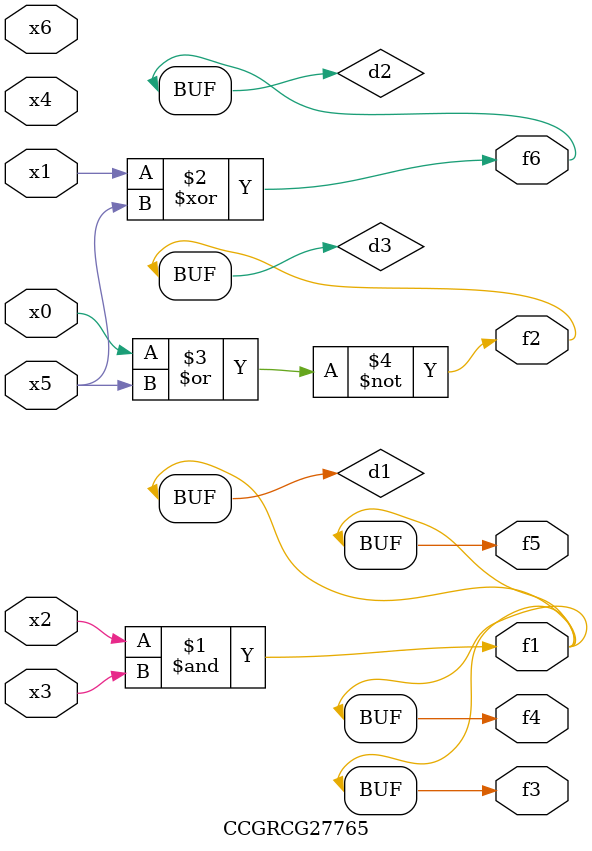
<source format=v>
module CCGRCG27765(
	input x0, x1, x2, x3, x4, x5, x6,
	output f1, f2, f3, f4, f5, f6
);

	wire d1, d2, d3;

	and (d1, x2, x3);
	xor (d2, x1, x5);
	nor (d3, x0, x5);
	assign f1 = d1;
	assign f2 = d3;
	assign f3 = d1;
	assign f4 = d1;
	assign f5 = d1;
	assign f6 = d2;
endmodule

</source>
